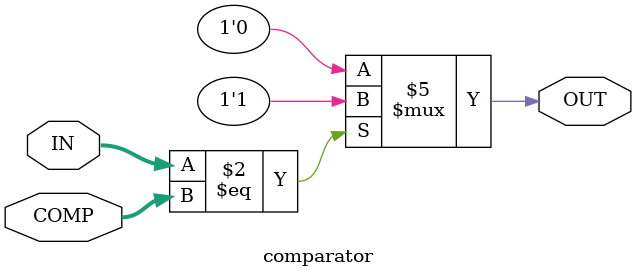
<source format=v>
module comparator(IN, COMP, OUT);
	input [15:0]IN, COMP;
	output reg OUT;
	
	initial begin
		OUT<= 0;
	end 
	
	always @* begin 
		if (IN==COMP)
			OUT<=1;
		else 
			OUT<=0;
	end 
endmodule 
		
</source>
